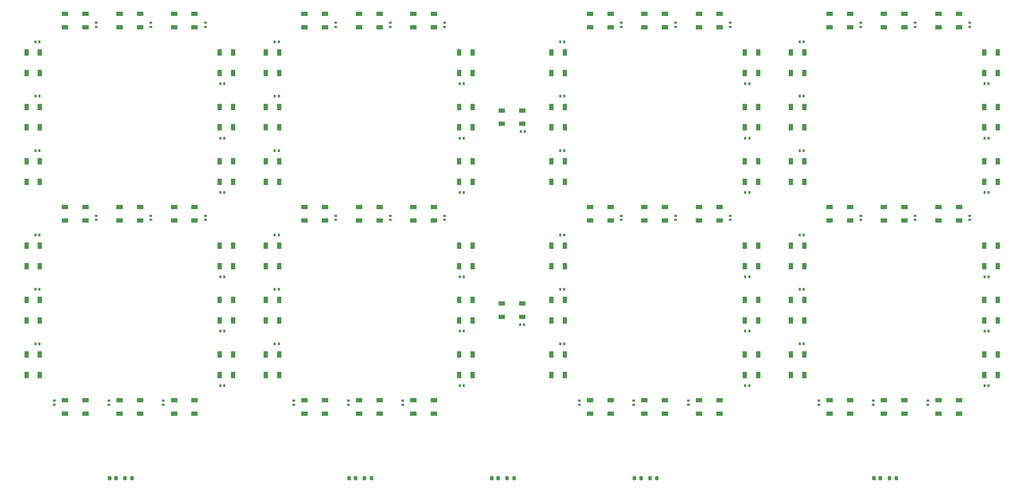
<source format=gbr>
%TF.GenerationSoftware,KiCad,Pcbnew,(6.0.1)*%
%TF.CreationDate,2022-01-22T16:29:31+01:00*%
%TF.ProjectId,Four segments and colon,466f7572-2073-4656-976d-656e74732061,rev?*%
%TF.SameCoordinates,Original*%
%TF.FileFunction,Paste,Top*%
%TF.FilePolarity,Positive*%
%FSLAX46Y46*%
G04 Gerber Fmt 4.6, Leading zero omitted, Abs format (unit mm)*
G04 Created by KiCad (PCBNEW (6.0.1)) date 2022-01-22 16:29:31*
%MOMM*%
%LPD*%
G01*
G04 APERTURE LIST*
G04 Aperture macros list*
%AMRoundRect*
0 Rectangle with rounded corners*
0 $1 Rounding radius*
0 $2 $3 $4 $5 $6 $7 $8 $9 X,Y pos of 4 corners*
0 Add a 4 corners polygon primitive as box body*
4,1,4,$2,$3,$4,$5,$6,$7,$8,$9,$2,$3,0*
0 Add four circle primitives for the rounded corners*
1,1,$1+$1,$2,$3*
1,1,$1+$1,$4,$5*
1,1,$1+$1,$6,$7*
1,1,$1+$1,$8,$9*
0 Add four rect primitives between the rounded corners*
20,1,$1+$1,$2,$3,$4,$5,0*
20,1,$1+$1,$4,$5,$6,$7,0*
20,1,$1+$1,$6,$7,$8,$9,0*
20,1,$1+$1,$8,$9,$2,$3,0*%
G04 Aperture macros list end*
%ADD10RoundRect,0.140000X0.140000X0.170000X-0.140000X0.170000X-0.140000X-0.170000X0.140000X-0.170000X0*%
%ADD11R,1.500000X1.000000*%
%ADD12RoundRect,0.140000X0.170000X-0.140000X0.170000X0.140000X-0.170000X0.140000X-0.170000X-0.140000X0*%
%ADD13R,1.000000X1.500000*%
%ADD14RoundRect,0.140000X-0.170000X0.140000X-0.170000X-0.140000X0.170000X-0.140000X0.170000X0.140000X0*%
%ADD15RoundRect,0.140000X-0.140000X-0.170000X0.140000X-0.170000X0.140000X0.170000X-0.140000X0.170000X0*%
%ADD16RoundRect,0.200000X-0.200000X-0.275000X0.200000X-0.275000X0.200000X0.275000X-0.200000X0.275000X0*%
%ADD17RoundRect,0.225000X0.225000X0.250000X-0.225000X0.250000X-0.225000X-0.250000X0.225000X-0.250000X0*%
G04 APERTURE END LIST*
D10*
%TO.C,C17*%
X148554000Y-39284314D03*
X147594000Y-39284314D03*
%TD*%
D11*
%TO.C,D19*%
X34330000Y-68950000D03*
X34330000Y-65750000D03*
X29430000Y-65750000D03*
X29430000Y-68950000D03*
%TD*%
D12*
%TO.C,C19*%
X162139685Y-68830000D03*
X162139685Y-67870000D03*
%TD*%
%TO.C,C2*%
X49880000Y-22698629D03*
X49880000Y-21738629D03*
%TD*%
D13*
%TO.C,D7*%
X191605370Y-79865685D03*
X194805370Y-79865685D03*
X194805370Y-74965685D03*
X191605370Y-74965685D03*
%TD*%
D12*
%TO.C,C3*%
X120011400Y-22698629D03*
X120011400Y-21738629D03*
%TD*%
D11*
%TO.C,D21*%
X185589685Y-68950000D03*
X185589685Y-65750000D03*
X180689685Y-65750000D03*
X180689685Y-68950000D03*
%TD*%
%TO.C,D2*%
X47330000Y-22818629D03*
X47330000Y-19618629D03*
X42430000Y-19618629D03*
X42430000Y-22818629D03*
%TD*%
D13*
%TO.C,D15*%
X80545715Y-74965686D03*
X77345715Y-74965686D03*
X77345715Y-79865686D03*
X80545715Y-79865686D03*
%TD*%
D11*
%TO.C,D20*%
X229721085Y-68950000D03*
X229721085Y-65750000D03*
X224821085Y-65750000D03*
X224821085Y-68950000D03*
%TD*%
D10*
%TO.C,C17*%
X80425715Y-39284314D03*
X79465715Y-39284314D03*
%TD*%
D14*
%TO.C,C11*%
X39880000Y-112001371D03*
X39880000Y-112961371D03*
%TD*%
D12*
%TO.C,C3*%
X188139685Y-22698629D03*
X188139685Y-21738629D03*
%TD*%
D11*
%TO.C,D11*%
X224821085Y-111881371D03*
X224821085Y-115081371D03*
X229721085Y-115081371D03*
X229721085Y-111881371D03*
%TD*%
D10*
%TO.C,C18*%
X148554000Y-26284314D03*
X147594000Y-26284314D03*
%TD*%
D14*
%TO.C,C10*%
X52880000Y-112001371D03*
X52880000Y-112961371D03*
%TD*%
D10*
%TO.C,C13*%
X23294315Y-98415686D03*
X22334315Y-98415686D03*
%TD*%
D13*
%TO.C,D7*%
X66345685Y-79865685D03*
X69545685Y-79865685D03*
X69545685Y-74965685D03*
X66345685Y-74965685D03*
%TD*%
D10*
%TO.C,C16*%
X148554000Y-52284314D03*
X147594000Y-52284314D03*
%TD*%
D12*
%TO.C,C21*%
X120011400Y-68830000D03*
X120011400Y-67870000D03*
%TD*%
D10*
%TO.C,C18*%
X23294315Y-26284314D03*
X22334315Y-26284314D03*
%TD*%
D15*
%TO.C,C8*%
X66465685Y-95415685D03*
X67425685Y-95415685D03*
%TD*%
D13*
%TO.C,D6*%
X66345685Y-59734314D03*
X69545685Y-59734314D03*
X69545685Y-54834314D03*
X66345685Y-54834314D03*
%TD*%
D16*
%TO.C,R1*%
X168984685Y-130540000D03*
X170634685Y-130540000D03*
%TD*%
D13*
%TO.C,D5*%
X248736770Y-46734314D03*
X251936770Y-46734314D03*
X251936770Y-41834314D03*
X248736770Y-41834314D03*
%TD*%
D12*
%TO.C,C1*%
X219271085Y-22698629D03*
X219271085Y-21738629D03*
%TD*%
D11*
%TO.C,D1*%
X138527001Y-92015686D03*
X138527001Y-88815686D03*
X133627001Y-88815686D03*
X133627001Y-92015686D03*
%TD*%
%TO.C,D12*%
X154689685Y-111881371D03*
X154689685Y-115081371D03*
X159589685Y-115081371D03*
X159589685Y-111881371D03*
%TD*%
D14*
%TO.C,C12*%
X84011400Y-112001371D03*
X84011400Y-112961371D03*
%TD*%
D13*
%TO.C,D16*%
X80545715Y-54834314D03*
X77345715Y-54834314D03*
X77345715Y-59734314D03*
X80545715Y-59734314D03*
%TD*%
D15*
%TO.C,C9*%
X248856770Y-108415685D03*
X249816770Y-108415685D03*
%TD*%
D10*
%TO.C,C17*%
X23294315Y-39284314D03*
X22334315Y-39284314D03*
%TD*%
%TO.C,C14*%
X205685400Y-85415686D03*
X204725400Y-85415686D03*
%TD*%
D12*
%TO.C,C19*%
X36880000Y-68830000D03*
X36880000Y-67870000D03*
%TD*%
D11*
%TO.C,D1*%
X159589685Y-22818629D03*
X159589685Y-19618629D03*
X154689685Y-19618629D03*
X154689685Y-22818629D03*
%TD*%
%TO.C,D11*%
X99561400Y-111881371D03*
X99561400Y-115081371D03*
X104461400Y-115081371D03*
X104461400Y-111881371D03*
%TD*%
D15*
%TO.C,C4*%
X248856770Y-36284314D03*
X249816770Y-36284314D03*
%TD*%
D12*
%TO.C,C19*%
X219271085Y-68830000D03*
X219271085Y-67870000D03*
%TD*%
D10*
%TO.C,C15*%
X80425715Y-72415686D03*
X79465715Y-72415686D03*
%TD*%
%TO.C,C18*%
X205685400Y-26284314D03*
X204725400Y-26284314D03*
%TD*%
D15*
%TO.C,C1*%
X137997001Y-93850000D03*
X138957001Y-93850000D03*
%TD*%
D10*
%TO.C,C15*%
X23294315Y-72415686D03*
X22334315Y-72415686D03*
%TD*%
D13*
%TO.C,D9*%
X248736770Y-105865685D03*
X251936770Y-105865685D03*
X251936770Y-100965685D03*
X248736770Y-100965685D03*
%TD*%
%TO.C,D15*%
X23414315Y-74965686D03*
X20214315Y-74965686D03*
X20214315Y-79865686D03*
X23414315Y-79865686D03*
%TD*%
D10*
%TO.C,C14*%
X80425715Y-85415686D03*
X79465715Y-85415686D03*
%TD*%
%TO.C,C13*%
X80425715Y-98415686D03*
X79465715Y-98415686D03*
%TD*%
D11*
%TO.C,D20*%
X172589685Y-68950000D03*
X172589685Y-65750000D03*
X167689685Y-65750000D03*
X167689685Y-68950000D03*
%TD*%
D17*
%TO.C,C22*%
X132797001Y-130550000D03*
X131247001Y-130550000D03*
%TD*%
D13*
%TO.C,D14*%
X205805400Y-87965686D03*
X202605400Y-87965686D03*
X202605400Y-92865686D03*
X205805400Y-92865686D03*
%TD*%
D11*
%TO.C,D2*%
X172589685Y-22818629D03*
X172589685Y-19618629D03*
X167689685Y-19618629D03*
X167689685Y-22818629D03*
%TD*%
D10*
%TO.C,C16*%
X23294315Y-52284314D03*
X22334315Y-52284314D03*
%TD*%
D11*
%TO.C,D12*%
X86561400Y-111881371D03*
X86561400Y-115081371D03*
X91461400Y-115081371D03*
X91461400Y-111881371D03*
%TD*%
D13*
%TO.C,D8*%
X123477085Y-92865685D03*
X126677085Y-92865685D03*
X126677085Y-87965685D03*
X123477085Y-87965685D03*
%TD*%
%TO.C,D8*%
X248736770Y-92865685D03*
X251936770Y-92865685D03*
X251936770Y-87965685D03*
X248736770Y-87965685D03*
%TD*%
%TO.C,D6*%
X123477085Y-59734314D03*
X126677085Y-59734314D03*
X126677085Y-54834314D03*
X123477085Y-54834314D03*
%TD*%
%TO.C,D4*%
X66345685Y-33734314D03*
X69545685Y-33734314D03*
X69545685Y-28834314D03*
X66345685Y-28834314D03*
%TD*%
D10*
%TO.C,C14*%
X148554000Y-85415686D03*
X147594000Y-85415686D03*
%TD*%
D14*
%TO.C,C11*%
X165139685Y-112001371D03*
X165139685Y-112961371D03*
%TD*%
D13*
%TO.C,D16*%
X148674000Y-54834314D03*
X145474000Y-54834314D03*
X145474000Y-59734314D03*
X148674000Y-59734314D03*
%TD*%
D14*
%TO.C,C10*%
X178139685Y-112001371D03*
X178139685Y-112961371D03*
%TD*%
D13*
%TO.C,D9*%
X66345685Y-105865685D03*
X69545685Y-105865685D03*
X69545685Y-100965685D03*
X66345685Y-100965685D03*
%TD*%
%TO.C,D9*%
X191605370Y-105865685D03*
X194805370Y-105865685D03*
X194805370Y-100965685D03*
X191605370Y-100965685D03*
%TD*%
D12*
%TO.C,C2*%
X232271085Y-22698629D03*
X232271085Y-21738629D03*
%TD*%
D13*
%TO.C,D17*%
X23414315Y-41834314D03*
X20214315Y-41834314D03*
X20214315Y-46734314D03*
X23414315Y-46734314D03*
%TD*%
D11*
%TO.C,D10*%
X55430000Y-111881371D03*
X55430000Y-115081371D03*
X60330000Y-115081371D03*
X60330000Y-111881371D03*
%TD*%
D13*
%TO.C,D8*%
X66345685Y-92865685D03*
X69545685Y-92865685D03*
X69545685Y-87965685D03*
X66345685Y-87965685D03*
%TD*%
D14*
%TO.C,C11*%
X222271085Y-112001371D03*
X222271085Y-112961371D03*
%TD*%
D17*
%TO.C,C22*%
X223991085Y-130550000D03*
X222441085Y-130550000D03*
%TD*%
D16*
%TO.C,R1*%
X134922001Y-130540000D03*
X136572001Y-130540000D03*
%TD*%
D12*
%TO.C,C1*%
X94011400Y-22698629D03*
X94011400Y-21738629D03*
%TD*%
D13*
%TO.C,D6*%
X191605370Y-59734314D03*
X194805370Y-59734314D03*
X194805370Y-54834314D03*
X191605370Y-54834314D03*
%TD*%
D10*
%TO.C,C15*%
X205685400Y-72415686D03*
X204725400Y-72415686D03*
%TD*%
D11*
%TO.C,D12*%
X211821085Y-111881371D03*
X211821085Y-115081371D03*
X216721085Y-115081371D03*
X216721085Y-111881371D03*
%TD*%
D16*
%TO.C,R1*%
X100856400Y-130540000D03*
X102506400Y-130540000D03*
%TD*%
D11*
%TO.C,D2*%
X229721085Y-22818629D03*
X229721085Y-19618629D03*
X224821085Y-19618629D03*
X224821085Y-22818629D03*
%TD*%
D13*
%TO.C,D17*%
X148674000Y-41834314D03*
X145474000Y-41834314D03*
X145474000Y-46734314D03*
X148674000Y-46734314D03*
%TD*%
D12*
%TO.C,C20*%
X107011400Y-68830000D03*
X107011400Y-67870000D03*
%TD*%
D11*
%TO.C,D10*%
X180689685Y-111881371D03*
X180689685Y-115081371D03*
X185589685Y-115081371D03*
X185589685Y-111881371D03*
%TD*%
%TO.C,D19*%
X159589685Y-68950000D03*
X159589685Y-65750000D03*
X154689685Y-65750000D03*
X154689685Y-68950000D03*
%TD*%
D15*
%TO.C,C8*%
X191725370Y-95415685D03*
X192685370Y-95415685D03*
%TD*%
D12*
%TO.C,C19*%
X94011400Y-68830000D03*
X94011400Y-67870000D03*
%TD*%
D13*
%TO.C,D18*%
X80545715Y-28834314D03*
X77345715Y-28834314D03*
X77345715Y-33734314D03*
X80545715Y-33734314D03*
%TD*%
D12*
%TO.C,C2*%
X175139685Y-22698629D03*
X175139685Y-21738629D03*
%TD*%
D13*
%TO.C,D7*%
X248736770Y-79865685D03*
X251936770Y-79865685D03*
X251936770Y-74965685D03*
X248736770Y-74965685D03*
%TD*%
D14*
%TO.C,C12*%
X152139685Y-112001371D03*
X152139685Y-112961371D03*
%TD*%
D11*
%TO.C,D3*%
X117461400Y-22818629D03*
X117461400Y-19618629D03*
X112561400Y-19618629D03*
X112561400Y-22818629D03*
%TD*%
%TO.C,D21*%
X60330000Y-68950000D03*
X60330000Y-65750000D03*
X55430000Y-65750000D03*
X55430000Y-68950000D03*
%TD*%
%TO.C,D20*%
X104461400Y-68950000D03*
X104461400Y-65750000D03*
X99561400Y-65750000D03*
X99561400Y-68950000D03*
%TD*%
%TO.C,D1*%
X34330000Y-22818629D03*
X34330000Y-19618629D03*
X29430000Y-19618629D03*
X29430000Y-22818629D03*
%TD*%
D13*
%TO.C,D18*%
X205805400Y-28834314D03*
X202605400Y-28834314D03*
X202605400Y-33734314D03*
X205805400Y-33734314D03*
%TD*%
D15*
%TO.C,C4*%
X66465685Y-36284314D03*
X67425685Y-36284314D03*
%TD*%
D11*
%TO.C,D3*%
X185589685Y-22818629D03*
X185589685Y-19618629D03*
X180689685Y-19618629D03*
X180689685Y-22818629D03*
%TD*%
%TO.C,D2*%
X104461400Y-22818629D03*
X104461400Y-19618629D03*
X99561400Y-19618629D03*
X99561400Y-22818629D03*
%TD*%
D12*
%TO.C,C3*%
X245271085Y-22698629D03*
X245271085Y-21738629D03*
%TD*%
D15*
%TO.C,C6*%
X123597085Y-62284314D03*
X124557085Y-62284314D03*
%TD*%
%TO.C,C6*%
X66465685Y-62284314D03*
X67425685Y-62284314D03*
%TD*%
D13*
%TO.C,D5*%
X123477085Y-46734314D03*
X126677085Y-46734314D03*
X126677085Y-41834314D03*
X123477085Y-41834314D03*
%TD*%
%TO.C,D16*%
X23414315Y-54834314D03*
X20214315Y-54834314D03*
X20214315Y-59734314D03*
X23414315Y-59734314D03*
%TD*%
D16*
%TO.C,R1*%
X43725000Y-130540000D03*
X45375000Y-130540000D03*
%TD*%
D13*
%TO.C,D4*%
X248736770Y-33734314D03*
X251936770Y-33734314D03*
X251936770Y-28834314D03*
X248736770Y-28834314D03*
%TD*%
D11*
%TO.C,D11*%
X42430000Y-111881371D03*
X42430000Y-115081371D03*
X47330000Y-115081371D03*
X47330000Y-111881371D03*
%TD*%
D12*
%TO.C,C20*%
X232271085Y-68830000D03*
X232271085Y-67870000D03*
%TD*%
D15*
%TO.C,C9*%
X123597085Y-108415685D03*
X124557085Y-108415685D03*
%TD*%
D11*
%TO.C,D21*%
X117461400Y-68950000D03*
X117461400Y-65750000D03*
X112561400Y-65750000D03*
X112561400Y-68950000D03*
%TD*%
D13*
%TO.C,D17*%
X205805400Y-41834314D03*
X202605400Y-41834314D03*
X202605400Y-46734314D03*
X205805400Y-46734314D03*
%TD*%
D16*
%TO.C,R1*%
X226116085Y-130540000D03*
X227766085Y-130540000D03*
%TD*%
D11*
%TO.C,D19*%
X91461400Y-68950000D03*
X91461400Y-65750000D03*
X86561400Y-65750000D03*
X86561400Y-68950000D03*
%TD*%
D13*
%TO.C,D14*%
X148674000Y-87965686D03*
X145474000Y-87965686D03*
X145474000Y-92865686D03*
X148674000Y-92865686D03*
%TD*%
D17*
%TO.C,C22*%
X166859685Y-130550000D03*
X165309685Y-130550000D03*
%TD*%
D15*
%TO.C,C5*%
X248856770Y-49284314D03*
X249816770Y-49284314D03*
%TD*%
D12*
%TO.C,C20*%
X175139685Y-68830000D03*
X175139685Y-67870000D03*
%TD*%
D13*
%TO.C,D13*%
X80545715Y-100965686D03*
X77345715Y-100965686D03*
X77345715Y-105865686D03*
X80545715Y-105865686D03*
%TD*%
D14*
%TO.C,C10*%
X235271085Y-112001371D03*
X235271085Y-112961371D03*
%TD*%
%TO.C,C11*%
X97011400Y-112001371D03*
X97011400Y-112961371D03*
%TD*%
D15*
%TO.C,C7*%
X123597085Y-82415685D03*
X124557085Y-82415685D03*
%TD*%
D10*
%TO.C,C16*%
X205685400Y-52284314D03*
X204725400Y-52284314D03*
%TD*%
%TO.C,C13*%
X148554000Y-98415686D03*
X147594000Y-98415686D03*
%TD*%
%TO.C,C16*%
X80425715Y-52284314D03*
X79465715Y-52284314D03*
%TD*%
%TO.C,C18*%
X80425715Y-26284314D03*
X79465715Y-26284314D03*
%TD*%
%TO.C,C15*%
X148554000Y-72415686D03*
X147594000Y-72415686D03*
%TD*%
D15*
%TO.C,C5*%
X191725370Y-49284314D03*
X192685370Y-49284314D03*
%TD*%
D13*
%TO.C,D7*%
X123477085Y-79865685D03*
X126677085Y-79865685D03*
X126677085Y-74965685D03*
X123477085Y-74965685D03*
%TD*%
D12*
%TO.C,C3*%
X62880000Y-22698629D03*
X62880000Y-21738629D03*
%TD*%
D11*
%TO.C,D1*%
X91461400Y-22818629D03*
X91461400Y-19618629D03*
X86561400Y-19618629D03*
X86561400Y-22818629D03*
%TD*%
D13*
%TO.C,D4*%
X191605370Y-33734314D03*
X194805370Y-33734314D03*
X194805370Y-28834314D03*
X191605370Y-28834314D03*
%TD*%
D14*
%TO.C,C12*%
X209271085Y-112001371D03*
X209271085Y-112961371D03*
%TD*%
D13*
%TO.C,D18*%
X148674000Y-28834314D03*
X145474000Y-28834314D03*
X145474000Y-33734314D03*
X148674000Y-33734314D03*
%TD*%
%TO.C,D15*%
X148674000Y-74965686D03*
X145474000Y-74965686D03*
X145474000Y-79865686D03*
X148674000Y-79865686D03*
%TD*%
D15*
%TO.C,C4*%
X191725370Y-36284314D03*
X192685370Y-36284314D03*
%TD*%
%TO.C,C2*%
X138197001Y-47750000D03*
X139157001Y-47750000D03*
%TD*%
%TO.C,C9*%
X66465685Y-108415685D03*
X67425685Y-108415685D03*
%TD*%
D13*
%TO.C,D18*%
X23414315Y-28834314D03*
X20214315Y-28834314D03*
X20214315Y-33734314D03*
X23414315Y-33734314D03*
%TD*%
D15*
%TO.C,C6*%
X191725370Y-62284314D03*
X192685370Y-62284314D03*
%TD*%
%TO.C,C6*%
X248856770Y-62284314D03*
X249816770Y-62284314D03*
%TD*%
D12*
%TO.C,C1*%
X36880000Y-22698629D03*
X36880000Y-21738629D03*
%TD*%
D11*
%TO.C,D19*%
X216721085Y-68950000D03*
X216721085Y-65750000D03*
X211821085Y-65750000D03*
X211821085Y-68950000D03*
%TD*%
D13*
%TO.C,D4*%
X123477085Y-33734314D03*
X126677085Y-33734314D03*
X126677085Y-28834314D03*
X123477085Y-28834314D03*
%TD*%
D12*
%TO.C,C20*%
X49880000Y-68830000D03*
X49880000Y-67870000D03*
%TD*%
D15*
%TO.C,C4*%
X123597085Y-36284314D03*
X124557085Y-36284314D03*
%TD*%
D11*
%TO.C,D21*%
X242721085Y-68950000D03*
X242721085Y-65750000D03*
X237821085Y-65750000D03*
X237821085Y-68950000D03*
%TD*%
%TO.C,D3*%
X242721085Y-22818629D03*
X242721085Y-19618629D03*
X237821085Y-19618629D03*
X237821085Y-22818629D03*
%TD*%
D13*
%TO.C,D5*%
X191605370Y-46734314D03*
X194805370Y-46734314D03*
X194805370Y-41834314D03*
X191605370Y-41834314D03*
%TD*%
%TO.C,D13*%
X23414315Y-100965686D03*
X20214315Y-100965686D03*
X20214315Y-105865686D03*
X23414315Y-105865686D03*
%TD*%
D11*
%TO.C,D10*%
X112561400Y-111881371D03*
X112561400Y-115081371D03*
X117461400Y-115081371D03*
X117461400Y-111881371D03*
%TD*%
%TO.C,D20*%
X47330000Y-68950000D03*
X47330000Y-65750000D03*
X42430000Y-65750000D03*
X42430000Y-68950000D03*
%TD*%
D12*
%TO.C,C21*%
X62880000Y-68830000D03*
X62880000Y-67870000D03*
%TD*%
D15*
%TO.C,C8*%
X248856770Y-95415685D03*
X249816770Y-95415685D03*
%TD*%
D13*
%TO.C,D8*%
X191605370Y-92865685D03*
X194805370Y-92865685D03*
X194805370Y-87965685D03*
X191605370Y-87965685D03*
%TD*%
D12*
%TO.C,C1*%
X162139685Y-22698629D03*
X162139685Y-21738629D03*
%TD*%
D13*
%TO.C,D14*%
X23414315Y-87965686D03*
X20214315Y-87965686D03*
X20214315Y-92865686D03*
X23414315Y-92865686D03*
%TD*%
D10*
%TO.C,C17*%
X205685400Y-39284314D03*
X204725400Y-39284314D03*
%TD*%
D11*
%TO.C,D12*%
X29430000Y-111881371D03*
X29430000Y-115081371D03*
X34330000Y-115081371D03*
X34330000Y-111881371D03*
%TD*%
D15*
%TO.C,C8*%
X123597085Y-95415685D03*
X124557085Y-95415685D03*
%TD*%
D11*
%TO.C,D11*%
X167689685Y-111881371D03*
X167689685Y-115081371D03*
X172589685Y-115081371D03*
X172589685Y-111881371D03*
%TD*%
D15*
%TO.C,C7*%
X191725370Y-82415685D03*
X192685370Y-82415685D03*
%TD*%
D11*
%TO.C,D2*%
X138527001Y-45884314D03*
X138527001Y-42684314D03*
X133627001Y-42684314D03*
X133627001Y-45884314D03*
%TD*%
D15*
%TO.C,C7*%
X66465685Y-82415685D03*
X67425685Y-82415685D03*
%TD*%
D10*
%TO.C,C14*%
X23294315Y-85415686D03*
X22334315Y-85415686D03*
%TD*%
D12*
%TO.C,C21*%
X245271085Y-68830000D03*
X245271085Y-67870000D03*
%TD*%
D13*
%TO.C,D17*%
X80545715Y-41834314D03*
X77345715Y-41834314D03*
X77345715Y-46734314D03*
X80545715Y-46734314D03*
%TD*%
D15*
%TO.C,C5*%
X123597085Y-49284314D03*
X124557085Y-49284314D03*
%TD*%
D12*
%TO.C,C2*%
X107011400Y-22698629D03*
X107011400Y-21738629D03*
%TD*%
D17*
%TO.C,C22*%
X41600000Y-130550000D03*
X40050000Y-130550000D03*
%TD*%
%TO.C,C22*%
X98731400Y-130550000D03*
X97181400Y-130550000D03*
%TD*%
D13*
%TO.C,D5*%
X66345685Y-46734314D03*
X69545685Y-46734314D03*
X69545685Y-41834314D03*
X66345685Y-41834314D03*
%TD*%
%TO.C,D6*%
X248736770Y-59734314D03*
X251936770Y-59734314D03*
X251936770Y-54834314D03*
X248736770Y-54834314D03*
%TD*%
%TO.C,D14*%
X80545715Y-87965686D03*
X77345715Y-87965686D03*
X77345715Y-92865686D03*
X80545715Y-92865686D03*
%TD*%
D15*
%TO.C,C7*%
X248856770Y-82415685D03*
X249816770Y-82415685D03*
%TD*%
D12*
%TO.C,C21*%
X188139685Y-68830000D03*
X188139685Y-67870000D03*
%TD*%
D14*
%TO.C,C12*%
X26880000Y-112001371D03*
X26880000Y-112961371D03*
%TD*%
D13*
%TO.C,D13*%
X205805400Y-100965686D03*
X202605400Y-100965686D03*
X202605400Y-105865686D03*
X205805400Y-105865686D03*
%TD*%
D11*
%TO.C,D1*%
X216721085Y-22818629D03*
X216721085Y-19618629D03*
X211821085Y-19618629D03*
X211821085Y-22818629D03*
%TD*%
%TO.C,D10*%
X237821085Y-111881371D03*
X237821085Y-115081371D03*
X242721085Y-115081371D03*
X242721085Y-111881371D03*
%TD*%
D10*
%TO.C,C13*%
X205685400Y-98415686D03*
X204725400Y-98415686D03*
%TD*%
D11*
%TO.C,D3*%
X60330000Y-22818629D03*
X60330000Y-19618629D03*
X55430000Y-19618629D03*
X55430000Y-22818629D03*
%TD*%
D15*
%TO.C,C9*%
X191725370Y-108415685D03*
X192685370Y-108415685D03*
%TD*%
D13*
%TO.C,D9*%
X123477085Y-105865685D03*
X126677085Y-105865685D03*
X126677085Y-100965685D03*
X123477085Y-100965685D03*
%TD*%
%TO.C,D13*%
X148674000Y-100965686D03*
X145474000Y-100965686D03*
X145474000Y-105865686D03*
X148674000Y-105865686D03*
%TD*%
D14*
%TO.C,C10*%
X110011400Y-112001371D03*
X110011400Y-112961371D03*
%TD*%
D13*
%TO.C,D16*%
X205805400Y-54834314D03*
X202605400Y-54834314D03*
X202605400Y-59734314D03*
X205805400Y-59734314D03*
%TD*%
%TO.C,D15*%
X205805400Y-74965686D03*
X202605400Y-74965686D03*
X202605400Y-79865686D03*
X205805400Y-79865686D03*
%TD*%
D15*
%TO.C,C5*%
X66465685Y-49284314D03*
X67425685Y-49284314D03*
%TD*%
M02*

</source>
